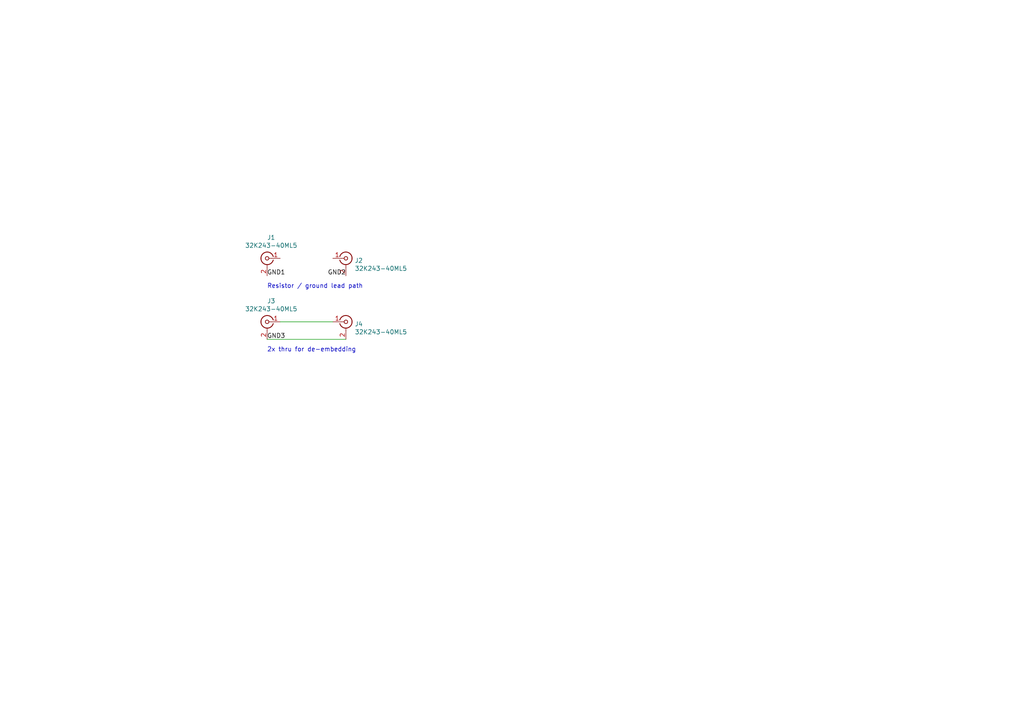
<source format=kicad_sch>
(kicad_sch (version 20211123) (generator eeschema)
  (paper "A4")
  (title_block (title "Probe Tip Characterization Fixture") (date "2022-11-04") (rev "0.2") (company "Antikernel Labs") (comment 1 "Andrew D. Zonenberg"))
  (lib_symbols
    (symbol "Connector:Conn_Coaxial" (pin_names (offset 1.016) hide)
      (property "Reference" "J" (at 0.254 3.048 0))
      (property "Value" "Connector_Conn_Coaxial" (at 2.921 0 90))
      (symbol "Conn_Coaxial_0_1"
        (arc (start -1.778 -0.508) (mid 0.2311 -1.8066) (end 1.778 0) (stroke (width 0.254)))
        (polyline (pts (xy -1.27 0) (xy -0.508 0)))
        (polyline (pts (xy 0 -2.54) (xy 0 -1.778)))
        (circle (center 0 0) (radius 0.508) (stroke (width 0.2032)))
        (arc (start 1.778 0) (mid 0.2099 1.8101) (end -1.778 0.508) (stroke (width 0.254)))
      )
      (symbol "Conn_Coaxial_1_1"
        (pin passive line (at -3.81 0 0) (length 2.54) (name "In") (number "1"))
        (pin passive line (at 0 -5.08 90) (length 2.54) (name "Ext") (number "2"))
      )
    )
  )
  (wire (pts (xy 81.28 93.345) (xy 96.52 93.345)))
  (wire (pts (xy 77.47 98.425) (xy 100.33 98.425)))
  (text "2x thru for de-embedding" (at 77.47 102.235 0) (effects (font (size 1.27 1.27)) (justify left bottom)))
  (text "Resistor / ground lead path" (at 77.47 83.82 0) (effects (font (size 1.27 1.27)) (justify left bottom)))
  (label "GND3" (at 77.47 98.425 0))
  (label "GND1" (at 77.47 80.01 0))
  (label "GND2" (at 100.33 80.01 180))
  (symbol (lib_id "Connector:Conn_Coaxial") (at 77.47 74.93 0) (mirror y) (unit 1)
    (property "Reference" "J1" (at 78.6638 68.8848 0))
    (property "Value" "32K243-40ML5" (at 78.6638 71.1962 0))
    (property "Footprint" "azonenberg_pcb:CONN_SMA_EDGE_ROSENBERGER_32K243_40ML5" (effects hide))
  )
  (symbol (lib_id "Connector:Conn_Coaxial") (at 100.33 74.93 0) (unit 1)
    (property "Reference" "J2" (at 102.87 75.565 0) (effects (justify left)))
    (property "Value" "32K243-40ML5" (at 102.87 77.8764 0) (effects (justify left)))
    (property "Footprint" "azonenberg_pcb:CONN_SMA_EDGE_ROSENBERGER_32K243_40ML5" (effects hide))
  )
  (symbol (lib_id "Connector:Conn_Coaxial") (at 100.33 93.345 0) (unit 1)
    (property "Reference" "J4" (at 102.87 93.98 0) (effects (justify left)))
    (property "Value" "32K243-40ML5" (at 102.87 96.2914 0) (effects (justify left)))
    (property "Footprint" "azonenberg_pcb:CONN_SMA_EDGE_ROSENBERGER_32K243_40ML5" (effects hide))
  )
  (symbol (lib_id "Connector:Conn_Coaxial") (at 77.47 93.345 0) (mirror y) (unit 1)
    (property "Reference" "J3" (at 78.6638 87.2998 0))
    (property "Value" "32K243-40ML5" (at 78.6638 89.6112 0))
    (property "Footprint" "azonenberg_pcb:CONN_SMA_EDGE_ROSENBERGER_32K243_40ML5" (effects hide))
  )
)
</source>
